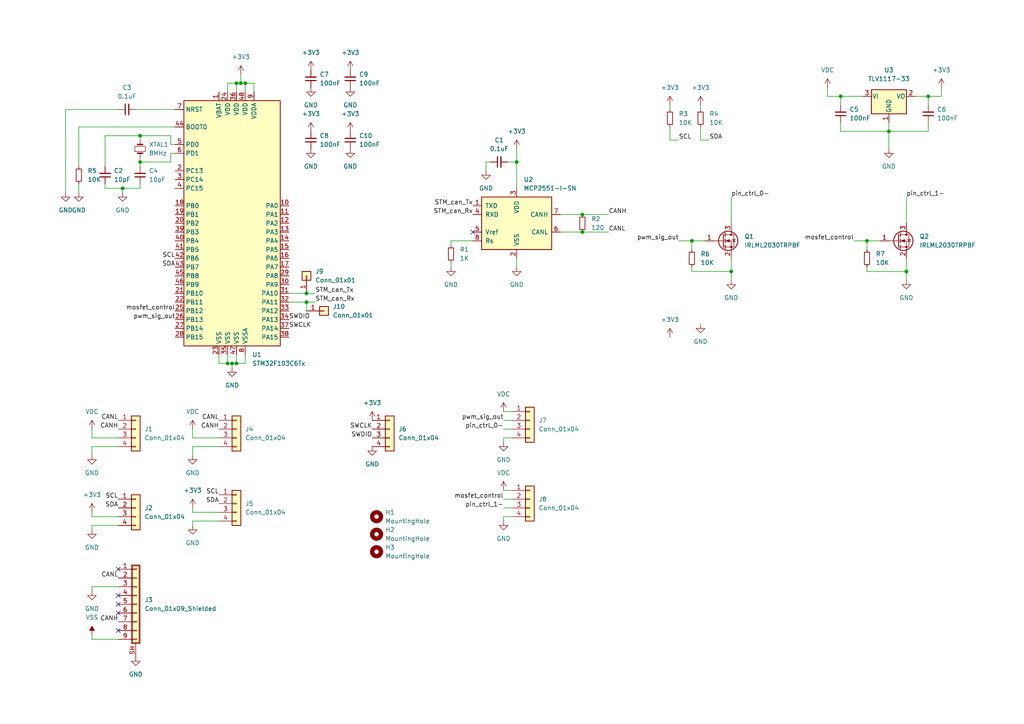
<source format=kicad_sch>
(kicad_sch (version 20211123) (generator eeschema)
  (paper "A4")
  (lib_symbols
    (symbol "Connector_Generic:Conn_01x01" (pin_names (offset 1.016) hide)
      (property "Reference" "J" (at 0 2.54 0))
      (property "Value" "Conn_01x01" (at 0 -2.54 0))
      (symbol "Conn_01x01_1_1"
        (rectangle (start -1.27 0.127) (end 0 -0.127) (stroke (width 0.1524)))
        (rectangle (start -1.27 1.27) (end 1.27 -1.27) (stroke (width 0.254)) (fill (type background)))
        (pin passive line (at -5.08 0 0) (length 3.81) (name "Pin_1") (number "1"))
      )
    )
    (symbol "Connector_Generic:Conn_01x04" (pin_names (offset 1.016) hide)
      (property "Reference" "J" (at 0 5.08 0))
      (property "Value" "Conn_01x04" (at 0 -7.62 0))
      (symbol "Conn_01x04_1_1"
        (rectangle (start -1.27 -4.953) (end 0 -5.207) (stroke (width 0.1524)))
        (rectangle (start -1.27 -2.413) (end 0 -2.667) (stroke (width 0.1524)))
        (rectangle (start -1.27 0.127) (end 0 -0.127) (stroke (width 0.1524)))
        (rectangle (start -1.27 2.667) (end 0 2.413) (stroke (width 0.1524)))
        (rectangle (start -1.27 3.81) (end 1.27 -6.35) (stroke (width 0.254)) (fill (type background)))
        (pin passive line (at -5.08 2.54 0) (length 3.81) (name "Pin_1") (number "1"))
        (pin passive line (at -5.08 0 0) (length 3.81) (name "Pin_2") (number "2"))
        (pin passive line (at -5.08 -2.54 0) (length 3.81) (name "Pin_3") (number "3"))
        (pin passive line (at -5.08 -5.08 0) (length 3.81) (name "Pin_4") (number "4"))
      )
    )
    (symbol "Connector_Generic_Shielded:Conn_01x09_Shielded" (pin_names (offset 1.016) hide)
      (property "Reference" "J" (at 0.254 12.446 0))
      (property "Value" "Conn_01x09_Shielded" (at 1.016 -12.446 0))
      (symbol "Conn_01x09_Shielded_1_1"
        (rectangle (start -1.27 11.43) (end 1.27 -11.43) (stroke (width 0.1524)))
        (rectangle (start -1.016 -10.033) (end 0.254 -10.287) (stroke (width 0.1524)))
        (rectangle (start -1.016 -7.493) (end 0.254 -7.747) (stroke (width 0.1524)))
        (rectangle (start -1.016 -4.953) (end 0.254 -5.207) (stroke (width 0.1524)))
        (rectangle (start -1.016 -2.413) (end 0.254 -2.667) (stroke (width 0.1524)))
        (rectangle (start -1.016 0.127) (end 0.254 -0.127) (stroke (width 0.1524)))
        (rectangle (start -1.016 2.667) (end 0.254 2.413) (stroke (width 0.1524)))
        (rectangle (start -1.016 5.207) (end 0.254 4.953) (stroke (width 0.1524)))
        (rectangle (start -1.016 7.747) (end 0.254 7.493) (stroke (width 0.1524)))
        (rectangle (start -1.016 10.287) (end 0.254 10.033) (stroke (width 0.1524)))
        (rectangle (start -1.016 11.176) (end 1.016 -11.176) (stroke (width 0.254)) (fill (type background)))
        (pin passive line (at -5.08 10.16 0) (length 4.064) (name "Pin_1") (number "1"))
        (pin passive line (at -5.08 7.62 0) (length 4.064) (name "Pin_2") (number "2"))
        (pin passive line (at -5.08 5.08 0) (length 4.064) (name "Pin_3") (number "3"))
        (pin passive line (at -5.08 2.54 0) (length 4.064) (name "Pin_4") (number "4"))
        (pin passive line (at -5.08 0 0) (length 4.064) (name "Pin_5") (number "5"))
        (pin passive line (at -5.08 -2.54 0) (length 4.064) (name "Pin_6") (number "6"))
        (pin passive line (at -5.08 -5.08 0) (length 4.064) (name "Pin_7") (number "7"))
        (pin passive line (at -5.08 -7.62 0) (length 4.064) (name "Pin_8") (number "8"))
        (pin passive line (at -5.08 -10.16 0) (length 4.064) (name "Pin_9") (number "9"))
        (pin passive line (at 0 -15.24 90) (length 3.81) (name "Shield") (number "SH"))
      )
    )
    (symbol "Device:C_Small" (pin_numbers hide) (pin_names (offset 0.254) hide)
      (property "Reference" "C" (at 0.254 1.778 0))
      (property "Value" "C_Small" (at 0.254 -2.032 0))
      (symbol "C_Small_0_1"
        (polyline (pts (xy -1.524 -0.508) (xy 1.524 -0.508)) (stroke (width 0.3302)))
        (polyline (pts (xy -1.524 0.508) (xy 1.524 0.508)) (stroke (width 0.3048)))
      )
      (symbol "C_Small_1_1"
        (pin passive line (at 0 2.54 270) (length 2.032) (name "~") (number "1"))
        (pin passive line (at 0 -2.54 90) (length 2.032) (name "~") (number "2"))
      )
    )
    (symbol "Device:Crystal_Small" (pin_numbers hide) (pin_names (offset 1.016) hide)
      (property "Reference" "Y" (at 0 2.54 0))
      (property "Value" "Crystal_Small" (at 0 -2.54 0))
      (symbol "Crystal_Small_0_1"
        (rectangle (start -0.762 -1.524) (end 0.762 1.524))
        (polyline (pts (xy -1.27 -0.762) (xy -1.27 0.762)) (stroke (width 0.381)))
        (polyline (pts (xy 1.27 -0.762) (xy 1.27 0.762)) (stroke (width 0.381)))
      )
      (symbol "Crystal_Small_1_1"
        (pin passive line (at -2.54 0 0) (length 1.27) (name "1") (number "1"))
        (pin passive line (at 2.54 0 180) (length 1.27) (name "2") (number "2"))
      )
    )
    (symbol "Device:R_Small" (pin_numbers hide) (pin_names (offset 0.254) hide)
      (property "Reference" "R" (at 0.762 0.508 0))
      (property "Value" "R_Small" (at 0.762 -1.016 0))
      (symbol "R_Small_0_1"
        (rectangle (start -0.762 1.778) (end 0.762 -1.778) (stroke (width 0.2032)))
      )
      (symbol "R_Small_1_1"
        (pin passive line (at 0 2.54 270) (length 0.762) (name "~") (number "1"))
        (pin passive line (at 0 -2.54 90) (length 0.762) (name "~") (number "2"))
      )
    )
    (symbol "Interface_CAN_LIN:MCP2551-I-SN" (pin_names (offset 1.016))
      (property "Reference" "U" (at -10.16 8.89 0))
      (property "Value" "MCP2551-I-SN" (at 2.54 8.89 0))
      (symbol "MCP2551-I-SN_0_1"
        (rectangle (start -10.16 7.62) (end 10.16 -7.62) (stroke (width 0.254)) (fill (type background)))
      )
      (symbol "MCP2551-I-SN_1_1"
        (pin input line (at -12.7 5.08 0) (length 2.54) (name "TXD") (number "1"))
        (pin power_in line (at 0 -10.16 90) (length 2.54) (name "VSS") (number "2"))
        (pin power_in line (at 0 10.16 270) (length 2.54) (name "VDD") (number "3"))
        (pin output line (at -12.7 2.54 0) (length 2.54) (name "RXD") (number "4"))
        (pin power_out line (at -12.7 -2.54 0) (length 2.54) (name "Vref") (number "5"))
        (pin bidirectional line (at 12.7 -2.54 180) (length 2.54) (name "CANL") (number "6"))
        (pin bidirectional line (at 12.7 2.54 180) (length 2.54) (name "CANH") (number "7"))
        (pin input line (at -12.7 -5.08 0) (length 2.54) (name "Rs") (number "8"))
      )
    )
    (symbol "MCU_ST_STM32F1:STM32F103C6Tx"
      (property "Reference" "U" (at -15.24 36.83 0))
      (property "Value" "STM32F103C6Tx" (at 7.62 36.83 0))
      (symbol "STM32F103C6Tx_0_1"
        (rectangle (start -15.24 -35.56) (end 12.7 35.56) (stroke (width 0.254)) (fill (type background)))
      )
      (symbol "STM32F103C6Tx_1_1"
        (pin power_in line (at -5.08 38.1 270) (length 2.54) (name "VBAT") (number "1"))
        (pin bidirectional line (at 15.24 5.08 180) (length 2.54) (name "PA0") (number "10"))
        (pin bidirectional line (at 15.24 2.54 180) (length 2.54) (name "PA1") (number "11"))
        (pin bidirectional line (at 15.24 0 180) (length 2.54) (name "PA2") (number "12"))
        (pin bidirectional line (at 15.24 -2.54 180) (length 2.54) (name "PA3") (number "13"))
        (pin bidirectional line (at 15.24 -5.08 180) (length 2.54) (name "PA4") (number "14"))
        (pin bidirectional line (at 15.24 -7.62 180) (length 2.54) (name "PA5") (number "15"))
        (pin bidirectional line (at 15.24 -10.16 180) (length 2.54) (name "PA6") (number "16"))
        (pin bidirectional line (at 15.24 -12.7 180) (length 2.54) (name "PA7") (number "17"))
        (pin bidirectional line (at -17.78 5.08 0) (length 2.54) (name "PB0") (number "18"))
        (pin bidirectional line (at -17.78 2.54 0) (length 2.54) (name "PB1") (number "19"))
        (pin bidirectional line (at -17.78 15.24 0) (length 2.54) (name "PC13") (number "2"))
        (pin bidirectional line (at -17.78 0 0) (length 2.54) (name "PB2") (number "20"))
        (pin bidirectional line (at -17.78 -20.32 0) (length 2.54) (name "PB10") (number "21"))
        (pin bidirectional line (at -17.78 -22.86 0) (length 2.54) (name "PB11") (number "22"))
        (pin power_in line (at -5.08 -38.1 90) (length 2.54) (name "VSS") (number "23"))
        (pin power_in line (at -2.54 38.1 270) (length 2.54) (name "VDD") (number "24"))
        (pin bidirectional line (at -17.78 -25.4 0) (length 2.54) (name "PB12") (number "25"))
        (pin bidirectional line (at -17.78 -27.94 0) (length 2.54) (name "PB13") (number "26"))
        (pin bidirectional line (at -17.78 -30.48 0) (length 2.54) (name "PB14") (number "27"))
        (pin bidirectional line (at -17.78 -33.02 0) (length 2.54) (name "PB15") (number "28"))
        (pin bidirectional line (at 15.24 -15.24 180) (length 2.54) (name "PA8") (number "29"))
        (pin bidirectional line (at -17.78 12.7 0) (length 2.54) (name "PC14") (number "3"))
        (pin bidirectional line (at 15.24 -17.78 180) (length 2.54) (name "PA9") (number "30"))
        (pin bidirectional line (at 15.24 -20.32 180) (length 2.54) (name "PA10") (number "31"))
        (pin bidirectional line (at 15.24 -22.86 180) (length 2.54) (name "PA11") (number "32"))
        (pin bidirectional line (at 15.24 -25.4 180) (length 2.54) (name "PA12") (number "33"))
        (pin bidirectional line (at 15.24 -27.94 180) (length 2.54) (name "PA13") (number "34"))
        (pin power_in line (at -2.54 -38.1 90) (length 2.54) (name "VSS") (number "35"))
        (pin power_in line (at 0 38.1 270) (length 2.54) (name "VDD") (number "36"))
        (pin bidirectional line (at 15.24 -30.48 180) (length 2.54) (name "PA14") (number "37"))
        (pin bidirectional line (at 15.24 -33.02 180) (length 2.54) (name "PA15") (number "38"))
        (pin bidirectional line (at -17.78 -2.54 0) (length 2.54) (name "PB3") (number "39"))
        (pin bidirectional line (at -17.78 10.16 0) (length 2.54) (name "PC15") (number "4"))
        (pin bidirectional line (at -17.78 -5.08 0) (length 2.54) (name "PB4") (number "40"))
        (pin bidirectional line (at -17.78 -7.62 0) (length 2.54) (name "PB5") (number "41"))
        (pin bidirectional line (at -17.78 -10.16 0) (length 2.54) (name "PB6") (number "42"))
        (pin bidirectional line (at -17.78 -12.7 0) (length 2.54) (name "PB7") (number "43"))
        (pin input line (at -17.78 27.94 0) (length 2.54) (name "BOOT0") (number "44"))
        (pin bidirectional line (at -17.78 -15.24 0) (length 2.54) (name "PB8") (number "45"))
        (pin bidirectional line (at -17.78 -17.78 0) (length 2.54) (name "PB9") (number "46"))
        (pin power_in line (at 0 -38.1 90) (length 2.54) (name "VSS") (number "47"))
        (pin power_in line (at 2.54 38.1 270) (length 2.54) (name "VDD") (number "48"))
        (pin input line (at -17.78 22.86 0) (length 2.54) (name "PD0") (number "5"))
        (pin input line (at -17.78 20.32 0) (length 2.54) (name "PD1") (number "6"))
        (pin input line (at -17.78 33.02 0) (length 2.54) (name "NRST") (number "7"))
        (pin power_in line (at 2.54 -38.1 90) (length 2.54) (name "VSSA") (number "8"))
        (pin power_in line (at 5.08 38.1 270) (length 2.54) (name "VDDA") (number "9"))
      )
    )
    (symbol "Mechanical:MountingHole" (pin_names (offset 1.016))
      (property "Reference" "H" (at 0 5.08 0))
      (property "Value" "MountingHole" (at 0 3.175 0))
      (symbol "MountingHole_0_1"
        (circle (center 0 0) (radius 1.27) (stroke (width 1.27)))
      )
    )
    (symbol "Regulator_Linear:TLV1117-33" (pin_names (offset 0.254))
      (property "Reference" "U" (at -3.81 3.175 0))
      (property "Value" "TLV1117-33" (at 0 3.175 0))
      (symbol "TLV1117-33_0_1"
        (rectangle (start -5.08 -5.08) (end 5.08 1.905) (stroke (width 0.254)) (fill (type background)))
      )
      (symbol "TLV1117-33_1_1"
        (pin power_in line (at 0 -7.62 90) (length 2.54) (name "GND") (number "1"))
        (pin power_out line (at 7.62 0 180) (length 2.54) (name "VO") (number "2"))
        (pin power_in line (at -7.62 0 0) (length 2.54) (name "VI") (number "3"))
      )
    )
    (symbol "Transistor_FET:IRLML2060" (pin_names hide)
      (property "Reference" "Q" (at 5.08 1.905 0))
      (property "Value" "IRLML2060" (at 5.08 0 0))
      (symbol "IRLML2060_0_1"
        (polyline (pts (xy 0.254 0) (xy -2.54 0)))
        (polyline (pts (xy 0.254 1.905) (xy 0.254 -1.905)) (stroke (width 0.254)))
        (polyline (pts (xy 0.762 -1.27) (xy 0.762 -2.286)) (stroke (width 0.254)))
        (polyline (pts (xy 0.762 0.508) (xy 0.762 -0.508)) (stroke (width 0.254)))
        (polyline (pts (xy 0.762 2.286) (xy 0.762 1.27)) (stroke (width 0.254)))
        (polyline (pts (xy 2.54 2.54) (xy 2.54 1.778)))
        (polyline (pts (xy 2.54 -2.54) (xy 2.54 0) (xy 0.762 0)))
        (polyline (pts (xy 0.762 -1.778) (xy 3.302 -1.778) (xy 3.302 1.778) (xy 0.762 1.778)))
        (polyline (pts (xy 1.016 0) (xy 2.032 0.381) (xy 2.032 -0.381) (xy 1.016 0)) (fill (type outline)))
        (polyline (pts (xy 2.794 0.508) (xy 2.921 0.381) (xy 3.683 0.381) (xy 3.81 0.254)))
        (polyline (pts (xy 3.302 0.381) (xy 2.921 -0.254) (xy 3.683 -0.254) (xy 3.302 0.381)))
        (circle (center 1.651 0) (radius 2.794) (stroke (width 0.254)))
        (circle (center 2.54 -1.778) (radius 0.254) (fill (type outline)))
        (circle (center 2.54 1.778) (radius 0.254) (fill (type outline)))
      )
      (symbol "IRLML2060_1_1"
        (pin input line (at -5.08 0 0) (length 2.54) (name "G") (number "1"))
        (pin passive line (at 2.54 -5.08 90) (length 2.54) (name "S") (number "2"))
        (pin passive line (at 2.54 5.08 270) (length 2.54) (name "D") (number "3"))
      )
    )
    (symbol "power:+3V3" (power) (pin_names (offset 0))
      (property "Value" "+3V3" (at 0 3.556 0))
      (symbol "+3V3_0_1"
        (polyline (pts (xy -0.762 1.27) (xy 0 2.54)))
        (polyline (pts (xy 0 0) (xy 0 2.54)))
        (polyline (pts (xy 0 2.54) (xy 0.762 1.27)))
      )
      (symbol "+3V3_1_1"
        (pin power_in line (at 0 0 90) (length 0) hide (name "+3V3") (number "1"))
      )
    )
    (symbol "power:GND" (power) (pin_names (offset 0))
      (property "Value" "GND" (at 0 -3.81 0))
      (symbol "GND_0_1"
        (polyline (pts (xy 0 0) (xy 0 -1.27) (xy 1.27 -1.27) (xy 0 -2.54) (xy -1.27 -1.27) (xy 0 -1.27)))
      )
      (symbol "GND_1_1"
        (pin power_in line (at 0 0 270) (length 0) hide (name "GND") (number "1"))
      )
    )
    (symbol "power:VDC" (power) (pin_names (offset 0))
      (property "Value" "VDC" (at 0 6.35 0))
      (symbol "VDC_0_1"
        (polyline (pts (xy -0.762 1.27) (xy 0 2.54)))
        (polyline (pts (xy 0 0) (xy 0 2.54)))
        (polyline (pts (xy 0 2.54) (xy 0.762 1.27)))
      )
      (symbol "VDC_1_1"
        (pin power_in line (at 0 0 90) (length 0) hide (name "VDC") (number "1"))
      )
    )
    (symbol "power:VSS" (power) (pin_names (offset 0))
      (property "Value" "VSS" (at 0 3.81 0))
      (symbol "VSS_0_1"
        (polyline (pts (xy 0 0) (xy 0 2.54)))
        (polyline (pts (xy 0.762 1.27) (xy -0.762 1.27) (xy 0 2.54) (xy 0.762 1.27)) (fill (type outline)))
      )
      (symbol "VSS_1_1"
        (pin power_in line (at 0 0 90) (length 0) hide (name "VSS") (number "1"))
      )
    )
  )
  (junction (at 88.9 87.63))
  (junction (at 88.9 85.09))
  (junction (at 168.91 67.31))
  (junction (at 69.85 24.13))
  (junction (at 200.66 69.85))
  (junction (at 262.89 78.74))
  (junction (at 66.04 105.41))
  (junction (at 149.86 46.99))
  (junction (at 40.64 46.99))
  (junction (at 251.46 69.85))
  (junction (at 71.12 24.13))
  (junction (at 269.24 27.94))
  (junction (at 212.09 78.74))
  (junction (at 35.56 54.61))
  (junction (at 67.31 105.41))
  (junction (at 40.64 39.37))
  (junction (at 68.58 24.13))
  (junction (at 243.84 27.94))
  (junction (at 168.91 62.23))
  (junction (at 68.58 105.41))
  (junction (at 257.81 38.1))
  (no_connect (at 34.29 177.8))
  (no_connect (at 34.29 175.26))
  (no_connect (at 34.29 165.1))
  (no_connect (at 34.29 182.88))
  (no_connect (at 34.29 172.72))
  (no_connect (at 137.16 67.31))
  (wire (pts (xy 30.48 39.37) (xy 30.48 48.26)))
  (wire (pts (xy 265.43 27.94) (xy 269.24 27.94)))
  (wire (pts (xy 149.86 43.18) (xy 149.86 46.99)))
  (wire (pts (xy 130.81 76.2) (xy 130.81 77.47)))
  (wire (pts (xy 50.8 41.91) (xy 49.53 41.91)))
  (wire (pts (xy 63.5 127) (xy 55.88 127)))
  (wire (pts (xy 196.85 69.85) (xy 200.66 69.85)))
  (wire (pts (xy 73.66 26.67) (xy 73.66 24.13)))
  (wire (pts (xy 168.91 67.31) (xy 176.53 67.31)))
  (wire (pts (xy 140.97 46.99) (xy 140.97 49.53)))
  (wire (pts (xy 49.53 39.37) (xy 40.64 39.37)))
  (wire (pts (xy 194.31 36.83) (xy 194.31 40.64)))
  (wire (pts (xy 251.46 78.74) (xy 251.46 77.47)))
  (wire (pts (xy 88.9 87.63) (xy 88.9 90.17)))
  (wire (pts (xy 194.31 40.64) (xy 196.85 40.64)))
  (wire (pts (xy 203.2 36.83) (xy 203.2 40.64)))
  (wire (pts (xy 91.44 87.63) (xy 88.9 87.63)))
  (wire (pts (xy 26.67 170.18) (xy 26.67 171.45)))
  (wire (pts (xy 55.88 127) (xy 55.88 124.46)))
  (wire (pts (xy 67.31 105.41) (xy 67.31 106.68)))
  (wire (pts (xy 26.67 149.86) (xy 26.67 148.59)))
  (wire (pts (xy 146.05 142.24) (xy 148.59 142.24)))
  (wire (pts (xy 40.64 54.61) (xy 35.56 54.61)))
  (wire (pts (xy 146.05 121.92) (xy 148.59 121.92)))
  (wire (pts (xy 68.58 24.13) (xy 69.85 24.13)))
  (wire (pts (xy 26.67 127) (xy 26.67 124.46)))
  (wire (pts (xy 34.29 129.54) (xy 26.67 129.54)))
  (wire (pts (xy 71.12 24.13) (xy 69.85 24.13)))
  (wire (pts (xy 269.24 38.1) (xy 257.81 38.1)))
  (wire (pts (xy 243.84 27.94) (xy 243.84 30.48)))
  (wire (pts (xy 269.24 35.56) (xy 269.24 38.1)))
  (wire (pts (xy 212.09 74.93) (xy 212.09 78.74)))
  (wire (pts (xy 203.2 30.48) (xy 203.2 31.75)))
  (wire (pts (xy 49.53 41.91) (xy 49.53 39.37)))
  (wire (pts (xy 212.09 78.74) (xy 200.66 78.74)))
  (wire (pts (xy 257.81 38.1) (xy 257.81 43.18)))
  (wire (pts (xy 203.2 40.64) (xy 205.74 40.64)))
  (wire (pts (xy 69.85 21.59) (xy 69.85 24.13)))
  (wire (pts (xy 146.05 149.86) (xy 148.59 149.86)))
  (wire (pts (xy 40.64 46.99) (xy 40.64 45.72)))
  (wire (pts (xy 40.64 53.34) (xy 40.64 54.61)))
  (wire (pts (xy 273.05 25.4) (xy 273.05 27.94)))
  (wire (pts (xy 66.04 26.67) (xy 66.04 24.13)))
  (wire (pts (xy 262.89 78.74) (xy 262.89 81.28)))
  (wire (pts (xy 251.46 69.85) (xy 255.27 69.85)))
  (wire (pts (xy 269.24 27.94) (xy 269.24 30.48)))
  (wire (pts (xy 19.05 55.88) (xy 19.05 31.75)))
  (wire (pts (xy 66.04 105.41) (xy 67.31 105.41)))
  (wire (pts (xy 39.37 31.75) (xy 50.8 31.75)))
  (wire (pts (xy 22.86 55.88) (xy 22.86 53.34)))
  (wire (pts (xy 26.67 152.4) (xy 26.67 153.67)))
  (wire (pts (xy 146.05 128.27) (xy 146.05 127)))
  (wire (pts (xy 34.29 152.4) (xy 26.67 152.4)))
  (wire (pts (xy 146.05 119.38) (xy 148.59 119.38)))
  (wire (pts (xy 26.67 185.42) (xy 34.29 185.42)))
  (wire (pts (xy 68.58 24.13) (xy 68.58 26.67)))
  (wire (pts (xy 40.64 46.99) (xy 40.64 48.26)))
  (wire (pts (xy 240.03 25.4) (xy 240.03 27.94)))
  (wire (pts (xy 147.32 46.99) (xy 149.86 46.99)))
  (wire (pts (xy 142.24 46.99) (xy 140.97 46.99)))
  (wire (pts (xy 130.81 71.12) (xy 130.81 69.85)))
  (wire (pts (xy 40.64 39.37) (xy 40.64 40.64)))
  (wire (pts (xy 251.46 72.39) (xy 251.46 69.85)))
  (wire (pts (xy 34.29 149.86) (xy 26.67 149.86)))
  (wire (pts (xy 26.67 184.15) (xy 26.67 185.42)))
  (wire (pts (xy 149.86 46.99) (xy 149.86 54.61)))
  (wire (pts (xy 35.56 54.61) (xy 35.56 55.88)))
  (wire (pts (xy 88.9 85.09) (xy 83.82 85.09)))
  (wire (pts (xy 71.12 102.87) (xy 71.12 105.41)))
  (wire (pts (xy 66.04 102.87) (xy 66.04 105.41)))
  (wire (pts (xy 22.86 36.83) (xy 22.86 48.26)))
  (wire (pts (xy 63.5 105.41) (xy 66.04 105.41)))
  (wire (pts (xy 273.05 27.94) (xy 269.24 27.94)))
  (wire (pts (xy 200.66 69.85) (xy 204.47 69.85)))
  (wire (pts (xy 162.56 62.23) (xy 168.91 62.23)))
  (wire (pts (xy 63.5 129.54) (xy 55.88 129.54)))
  (wire (pts (xy 146.05 147.32) (xy 148.59 147.32)))
  (wire (pts (xy 149.86 77.47) (xy 149.86 74.93)))
  (wire (pts (xy 243.84 38.1) (xy 257.81 38.1)))
  (wire (pts (xy 146.05 144.78) (xy 148.59 144.78)))
  (wire (pts (xy 63.5 148.59) (xy 55.88 148.59)))
  (wire (pts (xy 49.53 44.45) (xy 49.53 46.99)))
  (wire (pts (xy 146.05 127) (xy 148.59 127)))
  (wire (pts (xy 200.66 78.74) (xy 200.66 77.47)))
  (wire (pts (xy 34.29 127) (xy 26.67 127)))
  (wire (pts (xy 50.8 44.45) (xy 49.53 44.45)))
  (wire (pts (xy 262.89 74.93) (xy 262.89 78.74)))
  (wire (pts (xy 68.58 102.87) (xy 68.58 105.41)))
  (wire (pts (xy 73.66 24.13) (xy 71.12 24.13)))
  (wire (pts (xy 63.5 102.87) (xy 63.5 105.41)))
  (wire (pts (xy 30.48 54.61) (xy 35.56 54.61)))
  (wire (pts (xy 88.9 87.63) (xy 83.82 87.63)))
  (wire (pts (xy 262.89 57.15) (xy 262.89 64.77)))
  (wire (pts (xy 194.31 30.48) (xy 194.31 31.75)))
  (wire (pts (xy 212.09 57.15) (xy 212.09 64.77)))
  (wire (pts (xy 146.05 124.46) (xy 148.59 124.46)))
  (wire (pts (xy 262.89 78.74) (xy 251.46 78.74)))
  (wire (pts (xy 34.29 170.18) (xy 26.67 170.18)))
  (wire (pts (xy 55.88 151.13) (xy 55.88 152.4)))
  (wire (pts (xy 63.5 151.13) (xy 55.88 151.13)))
  (wire (pts (xy 243.84 35.56) (xy 243.84 38.1)))
  (wire (pts (xy 250.19 27.94) (xy 243.84 27.94)))
  (wire (pts (xy 26.67 129.54) (xy 26.67 132.08)))
  (wire (pts (xy 168.91 62.23) (xy 176.53 62.23)))
  (wire (pts (xy 49.53 46.99) (xy 40.64 46.99)))
  (wire (pts (xy 240.03 27.94) (xy 243.84 27.94)))
  (wire (pts (xy 22.86 36.83) (xy 50.8 36.83)))
  (wire (pts (xy 257.81 35.56) (xy 257.81 38.1)))
  (wire (pts (xy 66.04 24.13) (xy 68.58 24.13)))
  (wire (pts (xy 212.09 78.74) (xy 212.09 81.28)))
  (wire (pts (xy 71.12 105.41) (xy 68.58 105.41)))
  (wire (pts (xy 55.88 129.54) (xy 55.88 132.08)))
  (wire (pts (xy 200.66 72.39) (xy 200.66 69.85)))
  (wire (pts (xy 162.56 67.31) (xy 168.91 67.31)))
  (wire (pts (xy 130.81 69.85) (xy 137.16 69.85)))
  (wire (pts (xy 91.44 85.09) (xy 88.9 85.09)))
  (wire (pts (xy 247.65 69.85) (xy 251.46 69.85)))
  (wire (pts (xy 146.05 151.13) (xy 146.05 149.86)))
  (wire (pts (xy 30.48 39.37) (xy 40.64 39.37)))
  (wire (pts (xy 30.48 53.34) (xy 30.48 54.61)))
  (wire (pts (xy 68.58 105.41) (xy 67.31 105.41)))
  (wire (pts (xy 19.05 31.75) (xy 34.29 31.75)))
  (wire (pts (xy 55.88 148.59) (xy 55.88 147.32)))
  (wire (pts (xy 71.12 26.67) (xy 71.12 24.13)))
  (label "SCL" (at 50.8 74.93 180))
  (label "pwm_sig_out" (at 50.8 92.71 180))
  (label "STM_can_Tx" (at 137.16 59.69 180))
  (label "CANH" (at 63.5 124.46 180))
  (label "pwm_sig_out" (at 196.85 69.85 180))
  (label "pin_ctrl_0-" (at 146.05 124.46 180))
  (label "SWCLK" (at 107.95 124.46 180))
  (label "SDA" (at 63.5 146.05 180))
  (label "SCL" (at 34.29 144.78 180))
  (label "SDA" (at 205.74 40.64 0))
  (label "SDA" (at 34.29 147.32 180))
  (label "mosfet_control" (at 50.8 90.17 180))
  (label "CANL" (at 176.53 67.31 0))
  (label "CANH" (at 34.29 180.34 180))
  (label "pin_ctrl_1-" (at 146.05 147.32 180))
  (label "SWDIO" (at 107.95 127 180))
  (label "STM_can_Tx" (at 91.44 85.09 0))
  (label "CANL" (at 34.29 121.92 180))
  (label "SDA" (at 50.8 77.47 180))
  (label "pin_ctrl_1-" (at 262.89 57.15 0))
  (label "SCL" (at 63.5 143.51 180))
  (label "CANH" (at 176.53 62.23 0))
  (label "SWCLK" (at 83.82 95.25 0))
  (label "pwm_sig_out" (at 146.05 121.92 180))
  (label "CANH" (at 34.29 124.46 180))
  (label "mosfet_control" (at 247.65 69.85 180))
  (label "SCL" (at 196.85 40.64 0))
  (label "CANL" (at 63.5 121.92 180))
  (label "CANL" (at 34.29 167.64 180))
  (label "mosfet_control" (at 146.05 144.78 180))
  (label "STM_can_Rx" (at 91.44 87.63 0))
  (label "STM_can_Rx" (at 137.16 62.23 180))
  (label "SWDIO" (at 83.82 92.71 0))
  (label "pin_ctrl_0-" (at 212.09 57.15 0))
  (symbol (lib_id "Device:C_Small") (at 40.64 50.8 180) (unit 1)
    (property "Reference" "C4" (at 43.18 49.5235 0) (effects (justify right)))
    (property "Value" "10pF" (at 43.18 52.0635 0) (effects (justify right)))
    (property "Footprint" "Capacitor_SMD:C_0805_2012Metric_Pad1.18x1.45mm_HandSolder" (effects hide))
  )
  (symbol (lib_id "Device:R_Small") (at 22.86 50.8 0) (unit 1)
    (property "Reference" "R5" (at 25.4 49.5299 0) (effects (justify left)))
    (property "Value" "10K" (at 25.4 52.0699 0) (effects (justify left)))
    (property "Footprint" "Resistor_SMD:R_0805_2012Metric_Pad1.20x1.40mm_HandSolder" (effects hide))
  )
  (symbol (lib_id "Device:R_Small") (at 200.66 74.93 180) (unit 1)
    (property "Reference" "R6" (at 203.2 73.6599 0) (effects (justify right)))
    (property "Value" "10K" (at 203.2 76.1999 0) (effects (justify right)))
    (property "Footprint" "Resistor_SMD:R_0805_2012Metric_Pad1.20x1.40mm_HandSolder" (effects hide))
  )
  (symbol (lib_id "Connector_Generic:Conn_01x04") (at 68.58 146.05 0) (unit 1)
    (property "Reference" "J5" (at 71.12 146.0499 0) (effects (justify left)))
    (property "Value" "Conn_01x04" (at 71.12 148.5899 0) (effects (justify left)))
    (property "Footprint" "Connector_Molex:Molex_PicoBlade_53398-0471_1x04-1MP_P1.25mm_Vertical" (effects hide))
  )
  (symbol (lib_id "power:GND") (at 19.05 55.88 0) (unit 1)
    (property "Reference" "#PWR0106" (effects hide))
    (property "Value" "GND" (at 19.05 60.96 0))
  )
  (symbol (lib_id "power:+3V3") (at 101.6 20.32 0) (unit 1)
    (property "Reference" "#PWR021" (effects hide))
    (property "Value" "+3V3" (at 101.6 15.24 0))
  )
  (symbol (lib_id "power:VSS") (at 26.67 184.15 0) (unit 1)
    (property "Reference" "#PWR06" (effects hide))
    (property "Value" "VSS" (at 26.67 179.07 0))
  )
  (symbol (lib_id "Mechanical:MountingHole") (at 109.22 154.94 0) (unit 1)
    (property "Reference" "H2" (at 111.76 153.6699 0) (effects (justify left)))
    (property "Value" "MountingHole" (at 111.76 156.2099 0) (effects (justify left)))
    (property "Footprint" "MountingHole:MountingHole_3.2mm_M3" (effects hide))
  )
  (symbol (lib_id "power:GND") (at 35.56 55.88 0) (unit 1)
    (property "Reference" "#PWR0105" (effects hide))
    (property "Value" "GND" (at 35.56 60.96 0))
  )
  (symbol (lib_id "Connector_Generic_Shielded:Conn_01x09_Shielded") (at 39.37 175.26 0) (unit 1)
    (property "Reference" "J3" (at 41.91 173.9899 0) (effects (justify left)))
    (property "Value" "Conn_01x09_Shielded" (at 41.91 176.5299 0) (effects (justify left)))
    (property "Footprint" "Connector_Dsub:DSUB-9_Female_Horizontal_P2.77x2.84mm_EdgePinOffset4.94mm_Housed_MountingHolesOffset7.48mm" (effects hide))
  )
  (symbol (lib_id "power:GND") (at 149.86 77.47 0) (unit 1)
    (property "Reference" "#PWR017" (effects hide))
    (property "Value" "GND" (at 149.86 82.55 0))
  )
  (symbol (lib_id "power:VDC") (at 146.05 142.24 0) (unit 1)
    (property "Reference" "#PWR0117" (effects hide))
    (property "Value" "VDC" (at 146.05 137.16 0))
  )
  (symbol (lib_id "power:+3V3") (at 107.95 121.92 0) (unit 1)
    (property "Reference" "#PWR0115" (effects hide))
    (property "Value" "+3V3" (at 107.95 116.84 0))
  )
  (symbol (lib_id "Device:C_Small") (at 90.17 22.86 180) (unit 1)
    (property "Reference" "C7" (at 92.71 21.5835 0) (effects (justify right)))
    (property "Value" "100nF" (at 92.71 24.1235 0) (effects (justify right)))
    (property "Footprint" "Capacitor_SMD:C_0805_2012Metric_Pad1.18x1.45mm_HandSolder" (effects hide))
  )
  (symbol (lib_id "power:GND") (at 146.05 128.27 0) (unit 1)
    (property "Reference" "#PWR0118" (effects hide))
    (property "Value" "GND" (at 146.05 133.35 0))
  )
  (symbol (lib_id "power:GND") (at 26.67 171.45 0) (unit 1)
    (property "Reference" "#PWR05" (effects hide))
    (property "Value" "GND" (at 26.67 176.53 0))
  )
  (symbol (lib_id "Regulator_Linear:TLV1117-33") (at 257.81 27.94 0) (unit 1)
    (property "Reference" "U3" (at 257.81 20.32 0))
    (property "Value" "TLV1117-33" (at 257.81 22.86 0))
    (property "Footprint" "Package_TO_SOT_SMD:SOT-223" (effects hide))
    (property "Datasheet" "http://www.ti.com/lit/ds/symlink/tlv1117.pdf" (effects hide))
  )
  (symbol (lib_id "Device:R_Small") (at 130.81 73.66 180) (unit 1)
    (property "Reference" "R1" (at 133.35 72.3899 0) (effects (justify right)))
    (property "Value" "1K" (at 133.35 74.9299 0) (effects (justify right)))
    (property "Footprint" "Resistor_SMD:R_0805_2012Metric_Pad1.20x1.40mm_HandSolder" (effects hide))
  )
  (symbol (lib_id "power:GND") (at 39.37 190.5 0) (unit 1)
    (property "Reference" "#PWR0101" (effects hide))
    (property "Value" "GND" (at 39.37 195.58 0))
  )
  (symbol (lib_id "Mechanical:MountingHole") (at 109.22 160.02 0) (unit 1)
    (property "Reference" "H3" (at 111.76 158.7499 0) (effects (justify left)))
    (property "Value" "MountingHole" (at 111.76 161.2899 0) (effects (justify left)))
    (property "Footprint" "MountingHole:MountingHole_3.2mm_M3" (effects hide))
  )
  (symbol (lib_id "power:GND") (at 262.89 81.28 0) (unit 1)
    (property "Reference" "#PWR0112" (effects hide))
    (property "Value" "GND" (at 262.89 86.36 0))
  )
  (symbol (lib_id "power:VDC") (at 55.88 124.46 0) (unit 1)
    (property "Reference" "#PWR0110" (effects hide))
    (property "Value" "VDC" (at 55.88 119.38 0))
  )
  (symbol (lib_id "MCU_ST_STM32F1:STM32F103C6Tx") (at 68.58 64.77 0) (unit 1)
    (property "Reference" "U1" (at 73.1394 102.87 0) (effects (justify left)))
    (property "Value" "STM32F103C6Tx" (at 73.1394 105.41 0) (effects (justify left)))
    (property "Footprint" "Package_QFP:LQFP-48_7x7mm_P0.5mm" (effects hide))
    (property "Datasheet" "http://www.st.com/st-web-ui/static/active/en/resource/technical/document/datasheet/CD00210843.pdf" (effects hide))
  )
  (symbol (lib_id "power:GND") (at 101.6 25.4 0) (unit 1)
    (property "Reference" "#PWR022" (effects hide))
    (property "Value" "GND" (at 101.6 30.48 0))
  )
  (symbol (lib_id "Connector_Generic:Conn_01x04") (at 39.37 124.46 0) (unit 1)
    (property "Reference" "J1" (at 41.91 124.4599 0) (effects (justify left)))
    (property "Value" "Conn_01x04" (at 41.91 126.9999 0) (effects (justify left)))
    (property "Footprint" "project_lib:JST_XH_S4B-XH-A-1_1x04_P2.50mm_Horizontal-SMD" (effects hide))
  )
  (symbol (lib_id "Device:C_Small") (at 101.6 40.64 180) (unit 1)
    (property "Reference" "C10" (at 104.14 39.3635 0) (effects (justify right)))
    (property "Value" "100nF" (at 104.14 41.9035 0) (effects (justify right)))
    (property "Footprint" "Capacitor_SMD:C_0805_2012Metric_Pad1.18x1.45mm_HandSolder" (effects hide))
  )
  (symbol (lib_id "Device:C_Small") (at 243.84 33.02 180) (unit 1)
    (property "Reference" "C5" (at 246.38 31.7435 0) (effects (justify right)))
    (property "Value" "100nF" (at 246.38 34.2835 0) (effects (justify right)))
    (property "Footprint" "Capacitor_SMD:C_0805_2012Metric_Pad1.18x1.45mm_HandSolder" (effects hide))
  )
  (symbol (lib_id "power:VDC") (at 146.05 119.38 0) (unit 1)
    (property "Reference" "#PWR0116" (effects hide))
    (property "Value" "VDC" (at 146.05 114.3 0))
  )
  (symbol (lib_id "power:GND") (at 26.67 132.08 0) (unit 1)
    (property "Reference" "#PWR02" (effects hide))
    (property "Value" "GND" (at 26.67 137.16 0))
  )
  (symbol (lib_id "power:GND") (at 90.17 43.18 0) (unit 1)
    (property "Reference" "#PWR020" (effects hide))
    (property "Value" "GND" (at 90.17 48.26 0))
  )
  (symbol (lib_id "power:GND") (at 90.17 25.4 0) (unit 1)
    (property "Reference" "#PWR07" (effects hide))
    (property "Value" "GND" (at 90.17 30.48 0))
  )
  (symbol (lib_id "Device:R_Small") (at 203.2 34.29 180) (unit 1)
    (property "Reference" "R4" (at 205.74 33.0199 0) (effects (justify right)))
    (property "Value" "10K" (at 205.74 35.5599 0) (effects (justify right)))
    (property "Footprint" "Resistor_SMD:R_0805_2012Metric_Pad1.20x1.40mm_HandSolder" (effects hide))
  )
  (symbol (lib_id "Device:R_Small") (at 251.46 74.93 180) (unit 1)
    (property "Reference" "R7" (at 254 73.6599 0) (effects (justify right)))
    (property "Value" "10K" (at 254 76.1999 0) (effects (justify right)))
    (property "Footprint" "Resistor_SMD:R_0805_2012Metric_Pad1.20x1.40mm_HandSolder" (effects hide))
  )
  (symbol (lib_id "power:GND") (at 67.31 106.68 0) (unit 1)
    (property "Reference" "#PWR013" (effects hide))
    (property "Value" "GND" (at 67.31 111.76 0))
  )
  (symbol (lib_id "power:GND") (at 55.88 152.4 0) (unit 1)
    (property "Reference" "#PWR011" (effects hide))
    (property "Value" "GND" (at 55.88 157.48 0))
  )
  (symbol (lib_id "Device:R_Small") (at 194.31 34.29 180) (unit 1)
    (property "Reference" "R3" (at 196.85 33.0199 0) (effects (justify right)))
    (property "Value" "10K" (at 196.85 35.5599 0) (effects (justify right)))
    (property "Footprint" "Resistor_SMD:R_0805_2012Metric_Pad1.20x1.40mm_HandSolder" (effects hide))
  )
  (symbol (lib_id "Device:Crystal_Small") (at 40.64 43.18 90) (unit 1)
    (property "Reference" "XTAL1" (at 43.18 41.9099 90) (effects (justify right)))
    (property "Value" "8MHz" (at 43.18 44.4499 90) (effects (justify right)))
    (property "Footprint" "project_lib:Crystal_SMD_8mhz_HandSoldering" (effects hide))
  )
  (symbol (lib_id "power:GND") (at 55.88 132.08 0) (unit 1)
    (property "Reference" "#PWR09" (effects hide))
    (property "Value" "GND" (at 55.88 137.16 0))
  )
  (symbol (lib_id "power:GND") (at 203.2 93.98 0) (unit 1)
    (property "Reference" "#PWR0102" (effects hide))
    (property "Value" "GND" (at 203.2 99.06 0))
  )
  (symbol (lib_id "Device:C_Small") (at 101.6 22.86 180) (unit 1)
    (property "Reference" "C9" (at 104.14 21.5835 0) (effects (justify right)))
    (property "Value" "100nF" (at 104.14 24.1235 0) (effects (justify right)))
    (property "Footprint" "Capacitor_SMD:C_0805_2012Metric_Pad1.18x1.45mm_HandSolder" (effects hide))
  )
  (symbol (lib_id "Connector_Generic:Conn_01x04") (at 68.58 124.46 0) (unit 1)
    (property "Reference" "J4" (at 71.12 124.4599 0) (effects (justify left)))
    (property "Value" "Conn_01x04" (at 71.12 126.9999 0) (effects (justify left)))
    (property "Footprint" "project_lib:JST_XH_S4B-XH-A-1_1x04_P2.50mm_Horizontal-SMD" (effects hide))
  )
  (symbol (lib_id "power:GND") (at 257.81 43.18 0) (unit 1)
    (property "Reference" "#PWR0109" (effects hide))
    (property "Value" "GND" (at 257.81 48.26 0))
  )
  (symbol (lib_id "power:+3V3") (at 55.88 147.32 0) (unit 1)
    (property "Reference" "#PWR010" (effects hide))
    (property "Value" "+3V3" (at 55.88 142.24 0))
  )
  (symbol (lib_id "power:+3V3") (at 69.85 21.59 0) (unit 1)
    (property "Reference" "#PWR012" (effects hide))
    (property "Value" "+3V3" (at 69.85 16.51 0))
  )
  (symbol (lib_id "Transistor_FET:IRLML2060") (at 260.35 69.85 0) (unit 1)
    (property "Reference" "Q2" (at 266.7 68.5799 0) (effects (justify left)))
    (property "Value" "IRLML2030TRPBF" (at 266.7 71.1199 0) (effects (justify left)))
    (property "Footprint" "Package_TO_SOT_SMD:SOT-23" (effects hide))
    (property "Datasheet" "https://www.infineon.com/dgdl/irlml2060pbf.pdf?fileId=5546d462533600a401535664b7fb25ee" (effects hide))
  )
  (symbol (lib_id "Device:C_Small") (at 144.78 46.99 90) (unit 1)
    (property "Reference" "C1" (at 144.7863 40.64 90))
    (property "Value" "0.1uF" (at 144.7863 43.18 90))
    (property "Footprint" "Capacitor_SMD:C_0805_2012Metric_Pad1.18x1.45mm_HandSolder" (effects hide))
  )
  (symbol (lib_id "Connector_Generic:Conn_01x04") (at 153.67 121.92 0) (unit 1)
    (property "Reference" "J7" (at 156.21 121.9199 0) (effects (justify left)))
    (property "Value" "Conn_01x04" (at 156.21 124.4599 0) (effects (justify left)))
    (property "Footprint" "Connector_Molex:Molex_PicoBlade_53398-0471_1x04-1MP_P1.25mm_Vertical" (effects hide))
  )
  (symbol (lib_id "power:GND") (at 107.95 129.54 0) (unit 1)
    (property "Reference" "#PWR0114" (effects hide))
    (property "Value" "GND" (at 107.95 134.62 0))
  )
  (symbol (lib_id "Device:C_Small") (at 30.48 50.8 180) (unit 1)
    (property "Reference" "C2" (at 33.02 49.5235 0) (effects (justify right)))
    (property "Value" "10pF" (at 33.02 52.0635 0) (effects (justify right)))
    (property "Footprint" "Capacitor_SMD:C_0805_2012Metric_Pad1.18x1.45mm_HandSolder" (effects hide))
  )
  (symbol (lib_id "power:GND") (at 22.86 55.88 0) (unit 1)
    (property "Reference" "#PWR0104" (effects hide))
    (property "Value" "GND" (at 22.86 60.96 0))
  )
  (symbol (lib_id "power:GND") (at 101.6 43.18 0) (unit 1)
    (property "Reference" "#PWR024" (effects hide))
    (property "Value" "GND" (at 101.6 48.26 0))
  )
  (symbol (lib_id "Connector_Generic:Conn_01x04") (at 39.37 147.32 0) (unit 1)
    (property "Reference" "J2" (at 41.91 147.3199 0) (effects (justify left)))
    (property "Value" "Conn_01x04" (at 41.91 149.8599 0) (effects (justify left)))
    (property "Footprint" "Connector_Molex:Molex_PicoBlade_53398-0471_1x04-1MP_P1.25mm_Vertical" (effects hide))
  )
  (symbol (lib_id "power:VDC") (at 26.67 124.46 0) (unit 1)
    (property "Reference" "#PWR0111" (effects hide))
    (property "Value" "VDC" (at 26.67 119.38 0))
  )
  (symbol (lib_id "power:+3V3") (at 194.31 30.48 0) (unit 1)
    (property "Reference" "#PWR018" (effects hide))
    (property "Value" "+3V3" (at 194.31 25.4 0))
  )
  (symbol (lib_id "Mechanical:MountingHole") (at 109.22 149.86 0) (unit 1)
    (property "Reference" "H1" (at 111.76 148.5899 0) (effects (justify left)))
    (property "Value" "MountingHole" (at 111.76 151.1299 0) (effects (justify left)))
    (property "Footprint" "MountingHole:MountingHole_3.2mm_M3" (effects hide))
  )
  (symbol (lib_id "power:GND") (at 140.97 49.53 0) (unit 1)
    (property "Reference" "#PWR015" (effects hide))
    (property "Value" "GND" (at 140.97 54.61 0))
  )
  (symbol (lib_id "power:+3V3") (at 101.6 38.1 0) (unit 1)
    (property "Reference" "#PWR023" (effects hide))
    (property "Value" "+3V3" (at 101.6 33.02 0))
  )
  (symbol (lib_id "Device:C_Small") (at 36.83 31.75 90) (unit 1)
    (property "Reference" "C3" (at 36.8363 25.4 90))
    (property "Value" "0.1uF" (at 36.8363 27.94 90))
    (property "Footprint" "Capacitor_SMD:C_0805_2012Metric_Pad1.18x1.45mm_HandSolder" (effects hide))
  )
  (symbol (lib_id "power:GND") (at 26.67 153.67 0) (unit 1)
    (property "Reference" "#PWR04" (effects hide))
    (property "Value" "GND" (at 26.67 158.75 0))
  )
  (symbol (lib_id "power:+3V3") (at 194.31 97.79 0) (unit 1)
    (property "Reference" "#PWR0103" (effects hide))
    (property "Value" "+3V3" (at 194.31 92.71 0))
  )
  (symbol (lib_id "power:+3V3") (at 203.2 30.48 0) (unit 1)
    (property "Reference" "#PWR019" (effects hide))
    (property "Value" "+3V3" (at 203.2 25.4 0))
  )
  (symbol (lib_id "power:+3V3") (at 273.05 25.4 0) (unit 1)
    (property "Reference" "#PWR0108" (effects hide))
    (property "Value" "+3V3" (at 273.05 20.32 0))
  )
  (symbol (lib_id "Device:R_Small") (at 168.91 64.77 0) (unit 1)
    (property "Reference" "R2" (at 171.45 63.4999 0) (effects (justify left)))
    (property "Value" "120" (at 171.45 66.0399 0) (effects (justify left)))
    (property "Footprint" "Resistor_SMD:R_0805_2012Metric_Pad1.20x1.40mm_HandSolder" (effects hide))
  )
  (symbol (lib_id "power:GND") (at 212.09 81.28 0) (unit 1)
    (property "Reference" "#PWR0113" (effects hide))
    (property "Value" "GND" (at 212.09 86.36 0))
  )
  (symbol (lib_id "Device:C_Small") (at 90.17 40.64 180) (unit 1)
    (property "Reference" "C8" (at 92.71 39.3635 0) (effects (justify right)))
    (property "Value" "100nF" (at 92.71 41.9035 0) (effects (justify right)))
    (property "Footprint" "Capacitor_SMD:C_0805_2012Metric_Pad1.18x1.45mm_HandSolder" (effects hide))
  )
  (symbol (lib_id "power:VDC") (at 240.03 25.4 0) (unit 1)
    (property "Reference" "#PWR0107" (effects hide))
    (property "Value" "VDC" (at 240.03 20.32 0))
  )
  (symbol (lib_id "power:+3V3") (at 149.86 43.18 0) (unit 1)
    (property "Reference" "#PWR016" (effects hide))
    (property "Value" "+3V3" (at 149.86 38.1 0))
  )
  (symbol (lib_id "power:+3V3") (at 26.67 148.59 0) (unit 1)
    (property "Reference" "#PWR03" (effects hide))
    (property "Value" "+3V3" (at 26.67 143.51 0))
  )
  (symbol (lib_id "Connector_Generic:Conn_01x04") (at 153.67 144.78 0) (unit 1)
    (property "Reference" "J8" (at 156.21 144.7799 0) (effects (justify left)))
    (property "Value" "Conn_01x04" (at 156.21 147.3199 0) (effects (justify left)))
    (property "Footprint" "Connector_Molex:Molex_PicoBlade_53398-0471_1x04-1MP_P1.25mm_Vertical" (effects hide))
  )
  (symbol (lib_id "Connector_Generic:Conn_01x04") (at 113.03 124.46 0) (unit 1)
    (property "Reference" "J6" (at 115.57 124.4599 0) (effects (justify left)))
    (property "Value" "Conn_01x04" (at 115.57 126.9999 0) (effects (justify left)))
    (property "Footprint" "Connector_PinHeader_1.27mm:PinHeader_1x04_P1.27mm_Vertical" (effects hide))
  )
  (symbol (lib_id "Connector_Generic:Conn_01x01") (at 93.98 90.17 0) (unit 1)
    (property "Reference" "J10" (at 96.52 88.8999 0) (effects (justify left)))
    (property "Value" "Conn_01x01" (at 96.52 91.4399 0) (effects (justify left)))
    (property "Footprint" "Connector_PinHeader_1.27mm:PinHeader_1x01_P1.27mm_Vertical" (effects hide))
  )
  (symbol (lib_id "power:GND") (at 146.05 151.13 0) (unit 1)
    (property "Reference" "#PWR0119" (effects hide))
    (property "Value" "GND" (at 146.05 156.21 0))
  )
  (symbol (lib_id "Transistor_FET:IRLML2060") (at 209.55 69.85 0) (unit 1)
    (property "Reference" "Q1" (at 215.9 68.5799 0) (effects (justify left)))
    (property "Value" "IRLML2030TRPBF" (at 215.9 71.1199 0) (effects (justify left)))
    (property "Footprint" "Package_TO_SOT_SMD:SOT-23" (effects hide))
    (property "Datasheet" "https://www.infineon.com/dgdl/irlml2060pbf.pdf?fileId=5546d462533600a401535664b7fb25ee" (effects hide))
  )
  (symbol (lib_id "Interface_CAN_LIN:MCP2551-I-SN") (at 149.86 64.77 0) (unit 1)
    (property "Reference" "U2" (at 151.8794 52.07 0) (effects (justify left)))
    (property "Value" "MCP2551-I-SN" (at 151.8794 54.61 0) (effects (justify left)))
    (property "Footprint" "Package_SO:SOIC-8_3.9x4.9mm_P1.27mm" (effects hide))
    (property "Datasheet" "http://ww1.microchip.com/downloads/en/devicedoc/21667d.pdf" (effects hide))
  )
  (symbol (lib_id "power:+3V3") (at 90.17 20.32 0) (unit 1)
    (property "Reference" "#PWR01" (effects hide))
    (property "Value" "+3V3" (at 90.17 15.24 0))
  )
  (symbol (lib_id "power:GND") (at 130.81 77.47 0) (unit 1)
    (property "Reference" "#PWR014" (effects hide))
    (property "Value" "GND" (at 130.81 82.55 0))
  )
  (symbol (lib_id "Connector_Generic:Conn_01x01") (at 88.9 80.01 90) (unit 1)
    (property "Reference" "J9" (at 91.44 78.7399 90) (effects (justify right)))
    (property "Value" "Conn_01x01" (at 91.44 81.2799 90) (effects (justify right)))
    (property "Footprint" "Connector_PinHeader_1.27mm:PinHeader_1x01_P1.27mm_Vertical" (effects hide))
  )
  (symbol (lib_id "Device:C_Small") (at 269.24 33.02 180) (unit 1)
    (property "Reference" "C6" (at 271.78 31.7435 0) (effects (justify right)))
    (property "Value" "100nF" (at 271.78 34.2835 0) (effects (justify right)))
    (property "Footprint" "Capacitor_SMD:C_0805_2012Metric_Pad1.18x1.45mm_HandSolder" (effects hide))
  )
  (symbol (lib_id "power:+3V3") (at 90.17 38.1 0) (unit 1)
    (property "Reference" "#PWR08" (effects hide))
    (property "Value" "+3V3" (at 90.17 33.02 0))
  )
)
</source>
